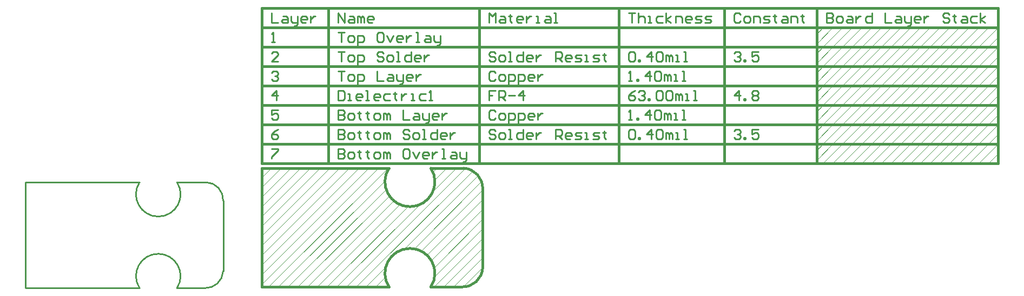
<source format=gko>
G04 Layer_Color=16711935*
%FSAX25Y25*%
%MOIN*%
G70*
G01*
G75*
%ADD20C,0.01000*%
%ADD53C,0.01500*%
%ADD54C,0.00100*%
D20*
X0391500Y0429500D02*
G03*
X0381000Y0441000I-0011000J0000500D01*
G01*
X0380000Y0375500D02*
G03*
X0391500Y0386000I0000500J0011000D01*
G01*
X0340000Y0441000D02*
G03*
X0363000Y0441000I0011500J-0007500D01*
G01*
Y0375500D02*
G03*
X0340000Y0375500I-0011500J0007500D01*
G01*
X0269500Y0375500D02*
Y0441000D01*
X0391500Y0386000D02*
Y0429500D01*
X0363000Y0441000D02*
X0381000D01*
X0269500D02*
X0340000D01*
X0363000Y0375500D02*
X0380000D01*
X0269500D02*
X0340000D01*
X0763162Y0545659D02*
Y0539661D01*
X0766161D01*
X0767161Y0540661D01*
Y0541661D01*
X0766161Y0542660D01*
X0763162D01*
X0766161D01*
X0767161Y0543660D01*
Y0544660D01*
X0766161Y0545659D01*
X0763162D01*
X0770160Y0539661D02*
X0772159D01*
X0773159Y0540661D01*
Y0542660D01*
X0772159Y0543660D01*
X0770160D01*
X0769160Y0542660D01*
Y0540661D01*
X0770160Y0539661D01*
X0776158Y0543660D02*
X0778157D01*
X0779157Y0542660D01*
Y0539661D01*
X0776158D01*
X0775158Y0540661D01*
X0776158Y0541661D01*
X0779157D01*
X0781156Y0543660D02*
Y0539661D01*
Y0541661D01*
X0782156Y0542660D01*
X0783156Y0543660D01*
X0784155D01*
X0791153Y0545659D02*
Y0539661D01*
X0788154D01*
X0787154Y0540661D01*
Y0542660D01*
X0788154Y0543660D01*
X0791153D01*
X0799150Y0545659D02*
Y0539661D01*
X0803149D01*
X0806148Y0543660D02*
X0808148D01*
X0809147Y0542660D01*
Y0539661D01*
X0806148D01*
X0805148Y0540661D01*
X0806148Y0541661D01*
X0809147D01*
X0811147Y0543660D02*
Y0540661D01*
X0812146Y0539661D01*
X0815145D01*
Y0538661D01*
X0814145Y0537662D01*
X0813146D01*
X0815145Y0539661D02*
Y0543660D01*
X0820144Y0539661D02*
X0818144D01*
X0817145Y0540661D01*
Y0542660D01*
X0818144Y0543660D01*
X0820144D01*
X0821143Y0542660D01*
Y0541661D01*
X0817145D01*
X0823143Y0543660D02*
Y0539661D01*
Y0541661D01*
X0824142Y0542660D01*
X0825142Y0543660D01*
X0826142D01*
X0839137Y0544660D02*
X0838138Y0545659D01*
X0836138D01*
X0835139Y0544660D01*
Y0543660D01*
X0836138Y0542660D01*
X0838138D01*
X0839137Y0541661D01*
Y0540661D01*
X0838138Y0539661D01*
X0836138D01*
X0835139Y0540661D01*
X0842136Y0544660D02*
Y0543660D01*
X0841137D01*
X0843136D01*
X0842136D01*
Y0540661D01*
X0843136Y0539661D01*
X0847135Y0543660D02*
X0849134D01*
X0850134Y0542660D01*
Y0539661D01*
X0847135D01*
X0846135Y0540661D01*
X0847135Y0541661D01*
X0850134D01*
X0856132Y0543660D02*
X0853133D01*
X0852133Y0542660D01*
Y0540661D01*
X0853133Y0539661D01*
X0856132D01*
X0858131D02*
Y0545659D01*
Y0541661D02*
X0861130Y0543660D01*
X0858131Y0541661D02*
X0861130Y0539661D01*
X0706176Y0520660D02*
X0707176Y0521659D01*
X0709175D01*
X0710175Y0520660D01*
Y0519660D01*
X0709175Y0518660D01*
X0708175D01*
X0709175D01*
X0710175Y0517661D01*
Y0516661D01*
X0709175Y0515661D01*
X0707176D01*
X0706176Y0516661D01*
X0712174Y0515661D02*
Y0516661D01*
X0713174D01*
Y0515661D01*
X0712174D01*
X0721171Y0521659D02*
X0717172D01*
Y0518660D01*
X0719172Y0519660D01*
X0720171D01*
X0721171Y0518660D01*
Y0516661D01*
X0720171Y0515661D01*
X0718172D01*
X0717172Y0516661D01*
X0709175Y0491661D02*
Y0497659D01*
X0706176Y0494660D01*
X0710175D01*
X0712174Y0491661D02*
Y0492661D01*
X0713174D01*
Y0491661D01*
X0712174D01*
X0717172Y0496660D02*
X0718172Y0497659D01*
X0720171D01*
X0721171Y0496660D01*
Y0495660D01*
X0720171Y0494660D01*
X0721171Y0493661D01*
Y0492661D01*
X0720171Y0491661D01*
X0718172D01*
X0717172Y0492661D01*
Y0493661D01*
X0718172Y0494660D01*
X0717172Y0495660D01*
Y0496660D01*
X0718172Y0494660D02*
X0720171D01*
X0706176Y0472660D02*
X0707176Y0473659D01*
X0709175D01*
X0710175Y0472660D01*
Y0471660D01*
X0709175Y0470660D01*
X0708175D01*
X0709175D01*
X0710175Y0469661D01*
Y0468661D01*
X0709175Y0467661D01*
X0707176D01*
X0706176Y0468661D01*
X0712174Y0467661D02*
Y0468661D01*
X0713174D01*
Y0467661D01*
X0712174D01*
X0721171Y0473659D02*
X0717172D01*
Y0470660D01*
X0719172Y0471660D01*
X0720171D01*
X0721171Y0470660D01*
Y0468661D01*
X0720171Y0467661D01*
X0718172D01*
X0717172Y0468661D01*
X0710175Y0544660D02*
X0709175Y0545659D01*
X0707176D01*
X0706176Y0544660D01*
Y0540661D01*
X0707176Y0539661D01*
X0709175D01*
X0710175Y0540661D01*
X0713174Y0539661D02*
X0715173D01*
X0716173Y0540661D01*
Y0542660D01*
X0715173Y0543660D01*
X0713174D01*
X0712174Y0542660D01*
Y0540661D01*
X0713174Y0539661D01*
X0718172D02*
Y0543660D01*
X0721171D01*
X0722171Y0542660D01*
Y0539661D01*
X0724170D02*
X0727169D01*
X0728169Y0540661D01*
X0727169Y0541661D01*
X0725170D01*
X0724170Y0542660D01*
X0725170Y0543660D01*
X0728169D01*
X0731168Y0544660D02*
Y0543660D01*
X0730168D01*
X0732167D01*
X0731168D01*
Y0540661D01*
X0732167Y0539661D01*
X0736166Y0543660D02*
X0738166D01*
X0739165Y0542660D01*
Y0539661D01*
X0736166D01*
X0735167Y0540661D01*
X0736166Y0541661D01*
X0739165D01*
X0741165Y0539661D02*
Y0543660D01*
X0744164D01*
X0745163Y0542660D01*
Y0539661D01*
X0748162Y0544660D02*
Y0543660D01*
X0747163D01*
X0749162D01*
X0748162D01*
Y0540661D01*
X0749162Y0539661D01*
X0641192Y0520660D02*
X0642192Y0521659D01*
X0644192D01*
X0645191Y0520660D01*
Y0516661D01*
X0644192Y0515661D01*
X0642192D01*
X0641192Y0516661D01*
Y0520660D01*
X0647191Y0515661D02*
Y0516661D01*
X0648190D01*
Y0515661D01*
X0647191D01*
X0655188D02*
Y0521659D01*
X0652189Y0518660D01*
X0656188D01*
X0658187Y0520660D02*
X0659187Y0521659D01*
X0661186D01*
X0662186Y0520660D01*
Y0516661D01*
X0661186Y0515661D01*
X0659187D01*
X0658187Y0516661D01*
Y0520660D01*
X0664185Y0515661D02*
Y0519660D01*
X0665185D01*
X0666184Y0518660D01*
Y0515661D01*
Y0518660D01*
X0667184Y0519660D01*
X0668184Y0518660D01*
Y0515661D01*
X0670183D02*
X0672182D01*
X0671183D01*
Y0519660D01*
X0670183D01*
X0675181Y0515661D02*
X0677181D01*
X0676181D01*
Y0521659D01*
X0675181D01*
X0641192Y0503661D02*
X0643192D01*
X0642192D01*
Y0509659D01*
X0641192Y0508660D01*
X0646191Y0503661D02*
Y0504661D01*
X0647191D01*
Y0503661D01*
X0646191D01*
X0654188D02*
Y0509659D01*
X0651189Y0506660D01*
X0655188D01*
X0657187Y0508660D02*
X0658187Y0509659D01*
X0660186D01*
X0661186Y0508660D01*
Y0504661D01*
X0660186Y0503661D01*
X0658187D01*
X0657187Y0504661D01*
Y0508660D01*
X0663185Y0503661D02*
Y0507660D01*
X0664185D01*
X0665185Y0506660D01*
Y0503661D01*
Y0506660D01*
X0666184Y0507660D01*
X0667184Y0506660D01*
Y0503661D01*
X0669183D02*
X0671183D01*
X0670183D01*
Y0507660D01*
X0669183D01*
X0674182Y0503661D02*
X0676181D01*
X0675181D01*
Y0509659D01*
X0674182D01*
X0645191Y0497659D02*
X0643192Y0496660D01*
X0641192Y0494660D01*
Y0492661D01*
X0642192Y0491661D01*
X0644192D01*
X0645191Y0492661D01*
Y0493661D01*
X0644192Y0494660D01*
X0641192D01*
X0647191Y0496660D02*
X0648190Y0497659D01*
X0650189D01*
X0651189Y0496660D01*
Y0495660D01*
X0650189Y0494660D01*
X0649190D01*
X0650189D01*
X0651189Y0493661D01*
Y0492661D01*
X0650189Y0491661D01*
X0648190D01*
X0647191Y0492661D01*
X0653189Y0491661D02*
Y0492661D01*
X0654188D01*
Y0491661D01*
X0653189D01*
X0658187Y0496660D02*
X0659187Y0497659D01*
X0661186D01*
X0662186Y0496660D01*
Y0492661D01*
X0661186Y0491661D01*
X0659187D01*
X0658187Y0492661D01*
Y0496660D01*
X0664185D02*
X0665185Y0497659D01*
X0667184D01*
X0668184Y0496660D01*
Y0492661D01*
X0667184Y0491661D01*
X0665185D01*
X0664185Y0492661D01*
Y0496660D01*
X0670183Y0491661D02*
Y0495660D01*
X0671183D01*
X0672182Y0494660D01*
Y0491661D01*
Y0494660D01*
X0673182Y0495660D01*
X0674182Y0494660D01*
Y0491661D01*
X0676181D02*
X0678181D01*
X0677181D01*
Y0495660D01*
X0676181D01*
X0681180Y0491661D02*
X0683179D01*
X0682179D01*
Y0497659D01*
X0681180D01*
X0641192Y0479661D02*
X0643192D01*
X0642192D01*
Y0485659D01*
X0641192Y0484660D01*
X0646191Y0479661D02*
Y0480661D01*
X0647191D01*
Y0479661D01*
X0646191D01*
X0654188D02*
Y0485659D01*
X0651189Y0482660D01*
X0655188D01*
X0657187Y0484660D02*
X0658187Y0485659D01*
X0660186D01*
X0661186Y0484660D01*
Y0480661D01*
X0660186Y0479661D01*
X0658187D01*
X0657187Y0480661D01*
Y0484660D01*
X0663185Y0479661D02*
Y0483660D01*
X0664185D01*
X0665185Y0482660D01*
Y0479661D01*
Y0482660D01*
X0666184Y0483660D01*
X0667184Y0482660D01*
Y0479661D01*
X0669183D02*
X0671183D01*
X0670183D01*
Y0483660D01*
X0669183D01*
X0674182Y0479661D02*
X0676181D01*
X0675181D01*
Y0485659D01*
X0674182D01*
X0641192Y0472660D02*
X0642192Y0473659D01*
X0644192D01*
X0645191Y0472660D01*
Y0468661D01*
X0644192Y0467661D01*
X0642192D01*
X0641192Y0468661D01*
Y0472660D01*
X0647191Y0467661D02*
Y0468661D01*
X0648190D01*
Y0467661D01*
X0647191D01*
X0655188D02*
Y0473659D01*
X0652189Y0470660D01*
X0656188D01*
X0658187Y0472660D02*
X0659187Y0473659D01*
X0661186D01*
X0662186Y0472660D01*
Y0468661D01*
X0661186Y0467661D01*
X0659187D01*
X0658187Y0468661D01*
Y0472660D01*
X0664185Y0467661D02*
Y0471660D01*
X0665185D01*
X0666184Y0470660D01*
Y0467661D01*
Y0470660D01*
X0667184Y0471660D01*
X0668184Y0470660D01*
Y0467661D01*
X0670183D02*
X0672182D01*
X0671183D01*
Y0471660D01*
X0670183D01*
X0675181Y0467661D02*
X0677181D01*
X0676181D01*
Y0473659D01*
X0675181D01*
X0641192Y0545659D02*
X0645191D01*
X0643192D01*
Y0539661D01*
X0647191Y0545659D02*
Y0539661D01*
Y0542660D01*
X0648190Y0543660D01*
X0650189D01*
X0651189Y0542660D01*
Y0539661D01*
X0653189D02*
X0655188D01*
X0654188D01*
Y0543660D01*
X0653189D01*
X0662186D02*
X0659187D01*
X0658187Y0542660D01*
Y0540661D01*
X0659187Y0539661D01*
X0662186D01*
X0664185D02*
Y0545659D01*
Y0541661D02*
X0667184Y0543660D01*
X0664185Y0541661D02*
X0667184Y0539661D01*
X0670183D02*
Y0543660D01*
X0673182D01*
X0674182Y0542660D01*
Y0539661D01*
X0679180D02*
X0677181D01*
X0676181Y0540661D01*
Y0542660D01*
X0677181Y0543660D01*
X0679180D01*
X0680180Y0542660D01*
Y0541661D01*
X0676181D01*
X0682179Y0539661D02*
X0685178D01*
X0686178Y0540661D01*
X0685178Y0541661D01*
X0683179D01*
X0682179Y0542660D01*
X0683179Y0543660D01*
X0686178D01*
X0688177Y0539661D02*
X0691176D01*
X0692176Y0540661D01*
X0691176Y0541661D01*
X0689177D01*
X0688177Y0542660D01*
X0689177Y0543660D01*
X0692176D01*
X0559214Y0520660D02*
X0558215Y0521659D01*
X0556215D01*
X0555216Y0520660D01*
Y0519660D01*
X0556215Y0518660D01*
X0558215D01*
X0559214Y0517661D01*
Y0516661D01*
X0558215Y0515661D01*
X0556215D01*
X0555216Y0516661D01*
X0562214Y0515661D02*
X0564213D01*
X0565212Y0516661D01*
Y0518660D01*
X0564213Y0519660D01*
X0562214D01*
X0561214Y0518660D01*
Y0516661D01*
X0562214Y0515661D01*
X0567212D02*
X0569211D01*
X0568212D01*
Y0521659D01*
X0567212D01*
X0576209D02*
Y0515661D01*
X0573210D01*
X0572210Y0516661D01*
Y0518660D01*
X0573210Y0519660D01*
X0576209D01*
X0581207Y0515661D02*
X0579208D01*
X0578208Y0516661D01*
Y0518660D01*
X0579208Y0519660D01*
X0581207D01*
X0582207Y0518660D01*
Y0517661D01*
X0578208D01*
X0584206Y0519660D02*
Y0515661D01*
Y0517661D01*
X0585206Y0518660D01*
X0586206Y0519660D01*
X0587205D01*
X0596203Y0515661D02*
Y0521659D01*
X0599201D01*
X0600201Y0520660D01*
Y0518660D01*
X0599201Y0517661D01*
X0596203D01*
X0598202D02*
X0600201Y0515661D01*
X0605199D02*
X0603200D01*
X0602201Y0516661D01*
Y0518660D01*
X0603200Y0519660D01*
X0605199D01*
X0606199Y0518660D01*
Y0517661D01*
X0602201D01*
X0608199Y0515661D02*
X0611198D01*
X0612197Y0516661D01*
X0611198Y0517661D01*
X0609198D01*
X0608199Y0518660D01*
X0609198Y0519660D01*
X0612197D01*
X0614197Y0515661D02*
X0616196D01*
X0615196D01*
Y0519660D01*
X0614197D01*
X0619195Y0515661D02*
X0622194D01*
X0623194Y0516661D01*
X0622194Y0517661D01*
X0620195D01*
X0619195Y0518660D01*
X0620195Y0519660D01*
X0623194D01*
X0626193Y0520660D02*
Y0519660D01*
X0625193D01*
X0627192D01*
X0626193D01*
Y0516661D01*
X0627192Y0515661D01*
X0559214Y0508660D02*
X0558215Y0509659D01*
X0556215D01*
X0555216Y0508660D01*
Y0504661D01*
X0556215Y0503661D01*
X0558215D01*
X0559214Y0504661D01*
X0562214Y0503661D02*
X0564213D01*
X0565212Y0504661D01*
Y0506660D01*
X0564213Y0507660D01*
X0562214D01*
X0561214Y0506660D01*
Y0504661D01*
X0562214Y0503661D01*
X0567212Y0501662D02*
Y0507660D01*
X0570211D01*
X0571210Y0506660D01*
Y0504661D01*
X0570211Y0503661D01*
X0567212D01*
X0573210Y0501662D02*
Y0507660D01*
X0576209D01*
X0577209Y0506660D01*
Y0504661D01*
X0576209Y0503661D01*
X0573210D01*
X0582207D02*
X0580208D01*
X0579208Y0504661D01*
Y0506660D01*
X0580208Y0507660D01*
X0582207D01*
X0583207Y0506660D01*
Y0505661D01*
X0579208D01*
X0585206Y0507660D02*
Y0503661D01*
Y0505661D01*
X0586206Y0506660D01*
X0587205Y0507660D01*
X0588205D01*
X0559214Y0497659D02*
X0555216D01*
Y0494660D01*
X0557215D01*
X0555216D01*
Y0491661D01*
X0561214D02*
Y0497659D01*
X0564213D01*
X0565212Y0496660D01*
Y0494660D01*
X0564213Y0493661D01*
X0561214D01*
X0563213D02*
X0565212Y0491661D01*
X0567212Y0494660D02*
X0571210D01*
X0576209Y0491661D02*
Y0497659D01*
X0573210Y0494660D01*
X0577209D01*
X0559214Y0484660D02*
X0558215Y0485659D01*
X0556215D01*
X0555216Y0484660D01*
Y0480661D01*
X0556215Y0479661D01*
X0558215D01*
X0559214Y0480661D01*
X0562214Y0479661D02*
X0564213D01*
X0565212Y0480661D01*
Y0482660D01*
X0564213Y0483660D01*
X0562214D01*
X0561214Y0482660D01*
Y0480661D01*
X0562214Y0479661D01*
X0567212Y0477662D02*
Y0483660D01*
X0570211D01*
X0571210Y0482660D01*
Y0480661D01*
X0570211Y0479661D01*
X0567212D01*
X0573210Y0477662D02*
Y0483660D01*
X0576209D01*
X0577209Y0482660D01*
Y0480661D01*
X0576209Y0479661D01*
X0573210D01*
X0582207D02*
X0580208D01*
X0579208Y0480661D01*
Y0482660D01*
X0580208Y0483660D01*
X0582207D01*
X0583207Y0482660D01*
Y0481661D01*
X0579208D01*
X0585206Y0483660D02*
Y0479661D01*
Y0481661D01*
X0586206Y0482660D01*
X0587205Y0483660D01*
X0588205D01*
X0559214Y0472660D02*
X0558215Y0473659D01*
X0556215D01*
X0555216Y0472660D01*
Y0471660D01*
X0556215Y0470660D01*
X0558215D01*
X0559214Y0469661D01*
Y0468661D01*
X0558215Y0467661D01*
X0556215D01*
X0555216Y0468661D01*
X0562214Y0467661D02*
X0564213D01*
X0565212Y0468661D01*
Y0470660D01*
X0564213Y0471660D01*
X0562214D01*
X0561214Y0470660D01*
Y0468661D01*
X0562214Y0467661D01*
X0567212D02*
X0569211D01*
X0568212D01*
Y0473659D01*
X0567212D01*
X0576209D02*
Y0467661D01*
X0573210D01*
X0572210Y0468661D01*
Y0470660D01*
X0573210Y0471660D01*
X0576209D01*
X0581207Y0467661D02*
X0579208D01*
X0578208Y0468661D01*
Y0470660D01*
X0579208Y0471660D01*
X0581207D01*
X0582207Y0470660D01*
Y0469661D01*
X0578208D01*
X0584206Y0471660D02*
Y0467661D01*
Y0469661D01*
X0585206Y0470660D01*
X0586206Y0471660D01*
X0587205D01*
X0596203Y0467661D02*
Y0473659D01*
X0599201D01*
X0600201Y0472660D01*
Y0470660D01*
X0599201Y0469661D01*
X0596203D01*
X0598202D02*
X0600201Y0467661D01*
X0605199D02*
X0603200D01*
X0602201Y0468661D01*
Y0470660D01*
X0603200Y0471660D01*
X0605199D01*
X0606199Y0470660D01*
Y0469661D01*
X0602201D01*
X0608199Y0467661D02*
X0611198D01*
X0612197Y0468661D01*
X0611198Y0469661D01*
X0609198D01*
X0608199Y0470660D01*
X0609198Y0471660D01*
X0612197D01*
X0614197Y0467661D02*
X0616196D01*
X0615196D01*
Y0471660D01*
X0614197D01*
X0619195Y0467661D02*
X0622194D01*
X0623194Y0468661D01*
X0622194Y0469661D01*
X0620195D01*
X0619195Y0470660D01*
X0620195Y0471660D01*
X0623194D01*
X0626193Y0472660D02*
Y0471660D01*
X0625193D01*
X0627192D01*
X0626193D01*
Y0468661D01*
X0627192Y0467661D01*
X0555216Y0539661D02*
Y0545659D01*
X0557215Y0543660D01*
X0559214Y0545659D01*
Y0539661D01*
X0562214Y0543660D02*
X0564213D01*
X0565212Y0542660D01*
Y0539661D01*
X0562214D01*
X0561214Y0540661D01*
X0562214Y0541661D01*
X0565212D01*
X0568212Y0544660D02*
Y0543660D01*
X0567212D01*
X0569211D01*
X0568212D01*
Y0540661D01*
X0569211Y0539661D01*
X0575209D02*
X0573210D01*
X0572210Y0540661D01*
Y0542660D01*
X0573210Y0543660D01*
X0575209D01*
X0576209Y0542660D01*
Y0541661D01*
X0572210D01*
X0578208Y0543660D02*
Y0539661D01*
Y0541661D01*
X0579208Y0542660D01*
X0580208Y0543660D01*
X0581207D01*
X0584206Y0539661D02*
X0586206D01*
X0585206D01*
Y0543660D01*
X0584206D01*
X0590204D02*
X0592204D01*
X0593203Y0542660D01*
Y0539661D01*
X0590204D01*
X0589205Y0540661D01*
X0590204Y0541661D01*
X0593203D01*
X0595203Y0539661D02*
X0597202D01*
X0596203D01*
Y0545659D01*
X0595203D01*
X0462241Y0533659D02*
X0466240D01*
X0464241D01*
Y0527661D01*
X0469239D02*
X0471238D01*
X0472238Y0528661D01*
Y0530660D01*
X0471238Y0531660D01*
X0469239D01*
X0468239Y0530660D01*
Y0528661D01*
X0469239Y0527661D01*
X0474237Y0525662D02*
Y0531660D01*
X0477236D01*
X0478236Y0530660D01*
Y0528661D01*
X0477236Y0527661D01*
X0474237D01*
X0489232Y0533659D02*
X0487233D01*
X0486234Y0532660D01*
Y0528661D01*
X0487233Y0527661D01*
X0489232D01*
X0490232Y0528661D01*
Y0532660D01*
X0489232Y0533659D01*
X0492232Y0531660D02*
X0494231Y0527661D01*
X0496230Y0531660D01*
X0501229Y0527661D02*
X0499229D01*
X0498230Y0528661D01*
Y0530660D01*
X0499229Y0531660D01*
X0501229D01*
X0502228Y0530660D01*
Y0529661D01*
X0498230D01*
X0504228Y0531660D02*
Y0527661D01*
Y0529661D01*
X0505227Y0530660D01*
X0506227Y0531660D01*
X0507227D01*
X0510226Y0527661D02*
X0512225D01*
X0511225D01*
Y0533659D01*
X0510226D01*
X0516224Y0531660D02*
X0518223D01*
X0519223Y0530660D01*
Y0527661D01*
X0516224D01*
X0515224Y0528661D01*
X0516224Y0529661D01*
X0519223D01*
X0521222Y0531660D02*
Y0528661D01*
X0522222Y0527661D01*
X0525221D01*
Y0526661D01*
X0524221Y0525662D01*
X0523221D01*
X0525221Y0527661D02*
Y0531660D01*
X0462241Y0521659D02*
X0466240D01*
X0464241D01*
Y0515661D01*
X0469239D02*
X0471238D01*
X0472238Y0516661D01*
Y0518660D01*
X0471238Y0519660D01*
X0469239D01*
X0468239Y0518660D01*
Y0516661D01*
X0469239Y0515661D01*
X0474237Y0513662D02*
Y0519660D01*
X0477236D01*
X0478236Y0518660D01*
Y0516661D01*
X0477236Y0515661D01*
X0474237D01*
X0490232Y0520660D02*
X0489232Y0521659D01*
X0487233D01*
X0486234Y0520660D01*
Y0519660D01*
X0487233Y0518660D01*
X0489232D01*
X0490232Y0517661D01*
Y0516661D01*
X0489232Y0515661D01*
X0487233D01*
X0486234Y0516661D01*
X0493231Y0515661D02*
X0495231D01*
X0496230Y0516661D01*
Y0518660D01*
X0495231Y0519660D01*
X0493231D01*
X0492232Y0518660D01*
Y0516661D01*
X0493231Y0515661D01*
X0498230D02*
X0500229D01*
X0499229D01*
Y0521659D01*
X0498230D01*
X0507227D02*
Y0515661D01*
X0504228D01*
X0503228Y0516661D01*
Y0518660D01*
X0504228Y0519660D01*
X0507227D01*
X0512225Y0515661D02*
X0510226D01*
X0509226Y0516661D01*
Y0518660D01*
X0510226Y0519660D01*
X0512225D01*
X0513225Y0518660D01*
Y0517661D01*
X0509226D01*
X0515224Y0519660D02*
Y0515661D01*
Y0517661D01*
X0516224Y0518660D01*
X0517224Y0519660D01*
X0518223D01*
X0462241Y0509659D02*
X0466240D01*
X0464241D01*
Y0503661D01*
X0469239D02*
X0471238D01*
X0472238Y0504661D01*
Y0506660D01*
X0471238Y0507660D01*
X0469239D01*
X0468239Y0506660D01*
Y0504661D01*
X0469239Y0503661D01*
X0474237Y0501662D02*
Y0507660D01*
X0477236D01*
X0478236Y0506660D01*
Y0504661D01*
X0477236Y0503661D01*
X0474237D01*
X0486234Y0509659D02*
Y0503661D01*
X0490232D01*
X0493231Y0507660D02*
X0495231D01*
X0496230Y0506660D01*
Y0503661D01*
X0493231D01*
X0492232Y0504661D01*
X0493231Y0505661D01*
X0496230D01*
X0498230Y0507660D02*
Y0504661D01*
X0499229Y0503661D01*
X0502228D01*
Y0502662D01*
X0501229Y0501662D01*
X0500229D01*
X0502228Y0503661D02*
Y0507660D01*
X0507227Y0503661D02*
X0505227D01*
X0504228Y0504661D01*
Y0506660D01*
X0505227Y0507660D01*
X0507227D01*
X0508226Y0506660D01*
Y0505661D01*
X0504228D01*
X0510226Y0507660D02*
Y0503661D01*
Y0505661D01*
X0511225Y0506660D01*
X0512225Y0507660D01*
X0513225D01*
X0462241Y0497659D02*
Y0491661D01*
X0465240D01*
X0466240Y0492661D01*
Y0496660D01*
X0465240Y0497659D01*
X0462241D01*
X0468239Y0491661D02*
X0470239D01*
X0469239D01*
Y0495660D01*
X0468239D01*
X0476237Y0491661D02*
X0474237D01*
X0473238Y0492661D01*
Y0494660D01*
X0474237Y0495660D01*
X0476237D01*
X0477236Y0494660D01*
Y0493661D01*
X0473238D01*
X0479236Y0491661D02*
X0481235D01*
X0480235D01*
Y0497659D01*
X0479236D01*
X0487233Y0491661D02*
X0485234D01*
X0484234Y0492661D01*
Y0494660D01*
X0485234Y0495660D01*
X0487233D01*
X0488233Y0494660D01*
Y0493661D01*
X0484234D01*
X0494231Y0495660D02*
X0491232D01*
X0490232Y0494660D01*
Y0492661D01*
X0491232Y0491661D01*
X0494231D01*
X0497230Y0496660D02*
Y0495660D01*
X0496230D01*
X0498230D01*
X0497230D01*
Y0492661D01*
X0498230Y0491661D01*
X0501229Y0495660D02*
Y0491661D01*
Y0493661D01*
X0502228Y0494660D01*
X0503228Y0495660D01*
X0504228D01*
X0507227Y0491661D02*
X0509226D01*
X0508226D01*
Y0495660D01*
X0507227D01*
X0516224D02*
X0513225D01*
X0512225Y0494660D01*
Y0492661D01*
X0513225Y0491661D01*
X0516224D01*
X0518223D02*
X0520223D01*
X0519223D01*
Y0497659D01*
X0518223Y0496660D01*
X0462241Y0485659D02*
Y0479661D01*
X0465240D01*
X0466240Y0480661D01*
Y0481661D01*
X0465240Y0482660D01*
X0462241D01*
X0465240D01*
X0466240Y0483660D01*
Y0484660D01*
X0465240Y0485659D01*
X0462241D01*
X0469239Y0479661D02*
X0471238D01*
X0472238Y0480661D01*
Y0482660D01*
X0471238Y0483660D01*
X0469239D01*
X0468239Y0482660D01*
Y0480661D01*
X0469239Y0479661D01*
X0475237Y0484660D02*
Y0483660D01*
X0474237D01*
X0476237D01*
X0475237D01*
Y0480661D01*
X0476237Y0479661D01*
X0480235Y0484660D02*
Y0483660D01*
X0479236D01*
X0481235D01*
X0480235D01*
Y0480661D01*
X0481235Y0479661D01*
X0485234D02*
X0487233D01*
X0488233Y0480661D01*
Y0482660D01*
X0487233Y0483660D01*
X0485234D01*
X0484234Y0482660D01*
Y0480661D01*
X0485234Y0479661D01*
X0490232D02*
Y0483660D01*
X0491232D01*
X0492232Y0482660D01*
Y0479661D01*
Y0482660D01*
X0493231Y0483660D01*
X0494231Y0482660D01*
Y0479661D01*
X0502228Y0485659D02*
Y0479661D01*
X0506227D01*
X0509226Y0483660D02*
X0511225D01*
X0512225Y0482660D01*
Y0479661D01*
X0509226D01*
X0508226Y0480661D01*
X0509226Y0481661D01*
X0512225D01*
X0514224Y0483660D02*
Y0480661D01*
X0515224Y0479661D01*
X0518223D01*
Y0478661D01*
X0517224Y0477662D01*
X0516224D01*
X0518223Y0479661D02*
Y0483660D01*
X0523221Y0479661D02*
X0521222D01*
X0520223Y0480661D01*
Y0482660D01*
X0521222Y0483660D01*
X0523221D01*
X0524221Y0482660D01*
Y0481661D01*
X0520223D01*
X0526221Y0483660D02*
Y0479661D01*
Y0481661D01*
X0527220Y0482660D01*
X0528220Y0483660D01*
X0529220D01*
X0462241Y0473659D02*
Y0467661D01*
X0465240D01*
X0466240Y0468661D01*
Y0469661D01*
X0465240Y0470660D01*
X0462241D01*
X0465240D01*
X0466240Y0471660D01*
Y0472660D01*
X0465240Y0473659D01*
X0462241D01*
X0469239Y0467661D02*
X0471238D01*
X0472238Y0468661D01*
Y0470660D01*
X0471238Y0471660D01*
X0469239D01*
X0468239Y0470660D01*
Y0468661D01*
X0469239Y0467661D01*
X0475237Y0472660D02*
Y0471660D01*
X0474237D01*
X0476237D01*
X0475237D01*
Y0468661D01*
X0476237Y0467661D01*
X0480235Y0472660D02*
Y0471660D01*
X0479236D01*
X0481235D01*
X0480235D01*
Y0468661D01*
X0481235Y0467661D01*
X0485234D02*
X0487233D01*
X0488233Y0468661D01*
Y0470660D01*
X0487233Y0471660D01*
X0485234D01*
X0484234Y0470660D01*
Y0468661D01*
X0485234Y0467661D01*
X0490232D02*
Y0471660D01*
X0491232D01*
X0492232Y0470660D01*
Y0467661D01*
Y0470660D01*
X0493231Y0471660D01*
X0494231Y0470660D01*
Y0467661D01*
X0506227Y0472660D02*
X0505227Y0473659D01*
X0503228D01*
X0502228Y0472660D01*
Y0471660D01*
X0503228Y0470660D01*
X0505227D01*
X0506227Y0469661D01*
Y0468661D01*
X0505227Y0467661D01*
X0503228D01*
X0502228Y0468661D01*
X0509226Y0467661D02*
X0511225D01*
X0512225Y0468661D01*
Y0470660D01*
X0511225Y0471660D01*
X0509226D01*
X0508226Y0470660D01*
Y0468661D01*
X0509226Y0467661D01*
X0514224D02*
X0516224D01*
X0515224D01*
Y0473659D01*
X0514224D01*
X0523221D02*
Y0467661D01*
X0520223D01*
X0519223Y0468661D01*
Y0470660D01*
X0520223Y0471660D01*
X0523221D01*
X0528220Y0467661D02*
X0526221D01*
X0525221Y0468661D01*
Y0470660D01*
X0526221Y0471660D01*
X0528220D01*
X0529220Y0470660D01*
Y0469661D01*
X0525221D01*
X0531219Y0471660D02*
Y0467661D01*
Y0469661D01*
X0532219Y0470660D01*
X0533218Y0471660D01*
X0534218D01*
X0462241Y0461659D02*
Y0455661D01*
X0465240D01*
X0466240Y0456661D01*
Y0457661D01*
X0465240Y0458660D01*
X0462241D01*
X0465240D01*
X0466240Y0459660D01*
Y0460660D01*
X0465240Y0461659D01*
X0462241D01*
X0469239Y0455661D02*
X0471238D01*
X0472238Y0456661D01*
Y0458660D01*
X0471238Y0459660D01*
X0469239D01*
X0468239Y0458660D01*
Y0456661D01*
X0469239Y0455661D01*
X0475237Y0460660D02*
Y0459660D01*
X0474237D01*
X0476237D01*
X0475237D01*
Y0456661D01*
X0476237Y0455661D01*
X0480235Y0460660D02*
Y0459660D01*
X0479236D01*
X0481235D01*
X0480235D01*
Y0456661D01*
X0481235Y0455661D01*
X0485234D02*
X0487233D01*
X0488233Y0456661D01*
Y0458660D01*
X0487233Y0459660D01*
X0485234D01*
X0484234Y0458660D01*
Y0456661D01*
X0485234Y0455661D01*
X0490232D02*
Y0459660D01*
X0491232D01*
X0492232Y0458660D01*
Y0455661D01*
Y0458660D01*
X0493231Y0459660D01*
X0494231Y0458660D01*
Y0455661D01*
X0505227Y0461659D02*
X0503228D01*
X0502228Y0460660D01*
Y0456661D01*
X0503228Y0455661D01*
X0505227D01*
X0506227Y0456661D01*
Y0460660D01*
X0505227Y0461659D01*
X0508226Y0459660D02*
X0510226Y0455661D01*
X0512225Y0459660D01*
X0517224Y0455661D02*
X0515224D01*
X0514224Y0456661D01*
Y0458660D01*
X0515224Y0459660D01*
X0517224D01*
X0518223Y0458660D01*
Y0457661D01*
X0514224D01*
X0520223Y0459660D02*
Y0455661D01*
Y0457661D01*
X0521222Y0458660D01*
X0522222Y0459660D01*
X0523221D01*
X0526221Y0455661D02*
X0528220D01*
X0527220D01*
Y0461659D01*
X0526221D01*
X0532219Y0459660D02*
X0534218D01*
X0535218Y0458660D01*
Y0455661D01*
X0532219D01*
X0531219Y0456661D01*
X0532219Y0457661D01*
X0535218D01*
X0537217Y0459660D02*
Y0456661D01*
X0538217Y0455661D01*
X0541216D01*
Y0454662D01*
X0540216Y0453662D01*
X0539216D01*
X0541216Y0455661D02*
Y0459660D01*
X0462241Y0539661D02*
Y0545659D01*
X0466240Y0539661D01*
Y0545659D01*
X0469239Y0543660D02*
X0471238D01*
X0472238Y0542660D01*
Y0539661D01*
X0469239D01*
X0468239Y0540661D01*
X0469239Y0541661D01*
X0472238D01*
X0474237Y0539661D02*
Y0543660D01*
X0475237D01*
X0476237Y0542660D01*
Y0539661D01*
Y0542660D01*
X0477236Y0543660D01*
X0478236Y0542660D01*
Y0539661D01*
X0483235D02*
X0481235D01*
X0480235Y0540661D01*
Y0542660D01*
X0481235Y0543660D01*
X0483235D01*
X0484234Y0542660D01*
Y0541661D01*
X0480235D01*
X0421250Y0527661D02*
X0423249D01*
X0422250D01*
Y0533659D01*
X0421250Y0532660D01*
X0425249Y0515661D02*
X0421250D01*
X0425249Y0519660D01*
Y0520660D01*
X0424249Y0521659D01*
X0422250D01*
X0421250Y0520660D01*
Y0508660D02*
X0422250Y0509659D01*
X0424249D01*
X0425249Y0508660D01*
Y0507660D01*
X0424249Y0506660D01*
X0423249D01*
X0424249D01*
X0425249Y0505661D01*
Y0504661D01*
X0424249Y0503661D01*
X0422250D01*
X0421250Y0504661D01*
X0424249Y0491661D02*
Y0497659D01*
X0421250Y0494660D01*
X0425249D01*
Y0485659D02*
X0421250D01*
Y0482660D01*
X0423249Y0483660D01*
X0424249D01*
X0425249Y0482660D01*
Y0480661D01*
X0424249Y0479661D01*
X0422250D01*
X0421250Y0480661D01*
X0425249Y0473659D02*
X0423249Y0472660D01*
X0421250Y0470660D01*
Y0468661D01*
X0422250Y0467661D01*
X0424249D01*
X0425249Y0468661D01*
Y0469661D01*
X0424249Y0470660D01*
X0421250D01*
Y0461659D02*
X0425249D01*
Y0460660D01*
X0421250Y0456661D01*
Y0455661D01*
Y0545659D02*
Y0539661D01*
X0425249D01*
X0428248Y0543660D02*
X0430247D01*
X0431247Y0542660D01*
Y0539661D01*
X0428248D01*
X0427248Y0540661D01*
X0428248Y0541661D01*
X0431247D01*
X0433246Y0543660D02*
Y0540661D01*
X0434246Y0539661D01*
X0437245D01*
Y0538661D01*
X0436245Y0537662D01*
X0435246D01*
X0437245Y0539661D02*
Y0543660D01*
X0442243Y0539661D02*
X0440244D01*
X0439244Y0540661D01*
Y0542660D01*
X0440244Y0543660D01*
X0442243D01*
X0443243Y0542660D01*
Y0541661D01*
X0439244D01*
X0445242Y0543660D02*
Y0539661D01*
Y0541661D01*
X0446242Y0542660D01*
X0447242Y0543660D01*
X0448241D01*
D53*
X0519465Y0376263D02*
G03*
X0493691Y0376263I-0012887J0008404D01*
G01*
X0538515Y0376263D02*
G03*
X0551401Y0388029I0000560J0012326D01*
G01*
Y0436774D02*
G03*
X0539635Y0449661I-0012326J0000560D01*
G01*
X0493691Y0449661D02*
G03*
X0519465Y0449661I0012887J-0008404D01*
G01*
X0415250Y0376263D02*
X0493691D01*
Y0376263D01*
X0519465Y0376263D02*
X0519465Y0376263D01*
X0519465Y0376263D02*
X0538515D01*
X0551401Y0388029D02*
Y0436774D01*
X0519465Y0449661D02*
X0539635D01*
X0519465Y0449661D02*
Y0449661D01*
X0493691Y0449661D02*
Y0449661D01*
X0415250D02*
X0493691D01*
X0415250Y0376263D02*
Y0449661D01*
X0869130Y0452661D02*
Y0548661D01*
X0757162Y0524661D02*
X0869130D01*
X0757162Y0512661D02*
X0869130D01*
X0757162Y0500661D02*
X0869130D01*
X0757162Y0488661D02*
X0869130D01*
X0757162Y0476661D02*
X0869130D01*
X0757162Y0464661D02*
X0869130D01*
X0757162Y0452661D02*
X0869130D01*
X0757162D02*
Y0548661D01*
X0700176Y0524661D02*
X0757162D01*
X0700176Y0512661D02*
X0757162D01*
X0700176Y0500661D02*
X0757162D01*
X0700176Y0488661D02*
X0757162D01*
X0700176Y0476661D02*
X0757162D01*
X0700176Y0464661D02*
X0757162D01*
X0700176Y0452661D02*
X0757162D01*
X0700176D02*
Y0548661D01*
X0635192Y0524661D02*
X0700176D01*
X0635192Y0512661D02*
X0700176D01*
X0635192Y0500661D02*
X0700176D01*
X0635192Y0488661D02*
X0700176D01*
X0635192Y0476661D02*
X0700176D01*
X0635192Y0464661D02*
X0700176D01*
X0635192Y0452661D02*
X0700176D01*
X0635192D02*
Y0548661D01*
X0549216Y0524661D02*
X0635192D01*
X0549216Y0512661D02*
X0635192D01*
X0549216Y0500661D02*
X0635192D01*
X0549216Y0488661D02*
X0635192D01*
X0549216Y0476661D02*
X0635192D01*
X0549216Y0464661D02*
X0635192D01*
X0549216Y0452661D02*
X0635192D01*
X0549216D02*
Y0548661D01*
X0456241Y0524661D02*
X0549216D01*
X0456241Y0512661D02*
X0549216D01*
X0456241Y0500661D02*
X0549216D01*
X0456241Y0488661D02*
X0549216D01*
X0456241Y0476661D02*
X0549216D01*
X0456241Y0464661D02*
X0549216D01*
X0456241Y0452661D02*
X0549216D01*
X0456241D02*
Y0548661D01*
X0415250Y0524661D02*
X0456241D01*
X0415250Y0512661D02*
X0456241D01*
X0415250Y0500661D02*
X0456241D01*
X0415250Y0488661D02*
X0456241D01*
X0415250Y0476661D02*
X0456241D01*
X0415250Y0464661D02*
X0456241D01*
X0415250Y0452661D02*
X0456241D01*
X0415250D02*
Y0548661D01*
X0869130D01*
X0415250Y0536661D02*
X0869130D01*
D54*
X0415250Y0444086D02*
X0420879Y0449715D01*
X0415250Y0438086D02*
X0426879Y0449715D01*
X0415250Y0432086D02*
X0432879Y0449715D01*
X0415250Y0426086D02*
X0438879Y0449715D01*
X0415250Y0420086D02*
X0444879Y0449715D01*
X0415250Y0414086D02*
X0450879Y0449715D01*
X0415250Y0408086D02*
X0456879Y0449715D01*
X0415250Y0402086D02*
X0462879Y0449715D01*
X0415250Y0396086D02*
X0468879Y0449715D01*
X0415250Y0390086D02*
X0474879Y0449715D01*
X0415250Y0384086D02*
X0480879Y0449715D01*
X0415250Y0378086D02*
X0486879Y0449715D01*
X0419365Y0376201D02*
X0492879Y0449715D01*
X0425365Y0376201D02*
X0491237Y0442073D01*
X0431365Y0376201D02*
X0491923Y0436759D01*
X0437365Y0376201D02*
X0493868Y0432704D01*
X0443365Y0376201D02*
X0496706Y0429542D01*
X0449365Y0376201D02*
X0500426Y0427262D01*
X0520589Y0447425D02*
X0522879Y0449715D01*
X0455365Y0376201D02*
X0505190Y0426026D01*
X0521847Y0442683D02*
X0528879Y0449715D01*
X0461365Y0376201D02*
X0512182Y0427017D01*
X0520850Y0435686D02*
X0534879Y0449715D01*
X0467365Y0376201D02*
X0540801Y0449637D01*
X0473365Y0376201D02*
X0545264Y0448100D01*
X0479365Y0376201D02*
X0491719Y0388555D01*
X0502579Y0399415D02*
X0548525Y0445361D01*
X0485365Y0376201D02*
X0491425Y0382260D01*
X0508915Y0399751D02*
X0550703Y0441539D01*
X0491365Y0376201D02*
X0492908Y0377744D01*
X0513463Y0398299D02*
X0551401Y0436237D01*
X0517007Y0395843D02*
X0551401Y0430237D01*
X0519713Y0392549D02*
X0551401Y0424237D01*
X0521482Y0388318D02*
X0551401Y0418237D01*
X0521772Y0382608D02*
X0551401Y0412237D01*
X0521365Y0376201D02*
X0551401Y0406237D01*
X0527365Y0376201D02*
X0551401Y0400237D01*
X0533365Y0376201D02*
X0551401Y0394237D01*
X0539360Y0376196D02*
X0551401Y0388237D01*
X0757162Y0532693D02*
X0761130Y0536661D01*
X0757162Y0526693D02*
X0767130Y0536661D01*
X0761130Y0524661D02*
X0773130Y0536661D01*
X0767130Y0524661D02*
X0779130Y0536661D01*
X0773130Y0524661D02*
X0785130Y0536661D01*
X0779130Y0524661D02*
X0791130Y0536661D01*
X0785130Y0524661D02*
X0797130Y0536661D01*
X0791130Y0524661D02*
X0803130Y0536661D01*
X0797130Y0524661D02*
X0809130Y0536661D01*
X0803130Y0524661D02*
X0815130Y0536661D01*
X0809130Y0524661D02*
X0821130Y0536661D01*
X0815130Y0524661D02*
X0827130Y0536661D01*
X0821130Y0524661D02*
X0833130Y0536661D01*
X0827130Y0524661D02*
X0839130Y0536661D01*
X0833130Y0524661D02*
X0845130Y0536661D01*
X0839130Y0524661D02*
X0851130Y0536661D01*
X0845130Y0524661D02*
X0857130Y0536661D01*
X0851130Y0524661D02*
X0863130Y0536661D01*
X0857130Y0524661D02*
X0869130Y0536661D01*
X0863130Y0524661D02*
X0869130Y0530661D01*
X0757162Y0520693D02*
X0761130Y0524661D01*
X0757162Y0514693D02*
X0767130Y0524661D01*
X0761130Y0512661D02*
X0773130Y0524661D01*
X0767130Y0512661D02*
X0779130Y0524661D01*
X0773130Y0512661D02*
X0785130Y0524661D01*
X0779130Y0512661D02*
X0791130Y0524661D01*
X0785130Y0512661D02*
X0797130Y0524661D01*
X0791130Y0512661D02*
X0803130Y0524661D01*
X0797130Y0512661D02*
X0809130Y0524661D01*
X0803130Y0512661D02*
X0815130Y0524661D01*
X0809130Y0512661D02*
X0821130Y0524661D01*
X0815130Y0512661D02*
X0827130Y0524661D01*
X0821130Y0512661D02*
X0833130Y0524661D01*
X0827130Y0512661D02*
X0839130Y0524661D01*
X0833130Y0512661D02*
X0845130Y0524661D01*
X0839130Y0512661D02*
X0851130Y0524661D01*
X0845130Y0512661D02*
X0857130Y0524661D01*
X0851130Y0512661D02*
X0863130Y0524661D01*
X0857130Y0512661D02*
X0869130Y0524661D01*
X0863130Y0512661D02*
X0869130Y0518661D01*
X0757162Y0508693D02*
X0761130Y0512661D01*
X0757162Y0502693D02*
X0767130Y0512661D01*
X0761130Y0500661D02*
X0773130Y0512661D01*
X0767130Y0500661D02*
X0779130Y0512661D01*
X0773130Y0500661D02*
X0785130Y0512661D01*
X0779130Y0500661D02*
X0791130Y0512661D01*
X0785130Y0500661D02*
X0797130Y0512661D01*
X0791130Y0500661D02*
X0803130Y0512661D01*
X0797130Y0500661D02*
X0809130Y0512661D01*
X0803130Y0500661D02*
X0815130Y0512661D01*
X0809130Y0500661D02*
X0821130Y0512661D01*
X0815130Y0500661D02*
X0827130Y0512661D01*
X0821130Y0500661D02*
X0833130Y0512661D01*
X0827130Y0500661D02*
X0839130Y0512661D01*
X0833130Y0500661D02*
X0845130Y0512661D01*
X0839130Y0500661D02*
X0851130Y0512661D01*
X0845130Y0500661D02*
X0857130Y0512661D01*
X0851130Y0500661D02*
X0863130Y0512661D01*
X0857130Y0500661D02*
X0869130Y0512661D01*
X0863130Y0500661D02*
X0869130Y0506661D01*
X0757162Y0496693D02*
X0761130Y0500661D01*
X0757162Y0490693D02*
X0767130Y0500661D01*
X0761130Y0488661D02*
X0773130Y0500661D01*
X0767130Y0488661D02*
X0779130Y0500661D01*
X0773130Y0488661D02*
X0785130Y0500661D01*
X0779130Y0488661D02*
X0791130Y0500661D01*
X0785130Y0488661D02*
X0797130Y0500661D01*
X0791130Y0488661D02*
X0803130Y0500661D01*
X0797130Y0488661D02*
X0809130Y0500661D01*
X0803130Y0488661D02*
X0815130Y0500661D01*
X0809130Y0488661D02*
X0821130Y0500661D01*
X0815130Y0488661D02*
X0827130Y0500661D01*
X0821130Y0488661D02*
X0833130Y0500661D01*
X0827130Y0488661D02*
X0839130Y0500661D01*
X0833130Y0488661D02*
X0845130Y0500661D01*
X0839130Y0488661D02*
X0851130Y0500661D01*
X0845130Y0488661D02*
X0857130Y0500661D01*
X0851130Y0488661D02*
X0863130Y0500661D01*
X0857130Y0488661D02*
X0869130Y0500661D01*
X0863130Y0488661D02*
X0869130Y0494661D01*
X0757162Y0484693D02*
X0761130Y0488661D01*
X0757162Y0478693D02*
X0767130Y0488661D01*
X0761130Y0476661D02*
X0773130Y0488661D01*
X0767130Y0476661D02*
X0779130Y0488661D01*
X0773130Y0476661D02*
X0785130Y0488661D01*
X0779130Y0476661D02*
X0791130Y0488661D01*
X0785130Y0476661D02*
X0797130Y0488661D01*
X0791130Y0476661D02*
X0803130Y0488661D01*
X0797130Y0476661D02*
X0809130Y0488661D01*
X0803130Y0476661D02*
X0815130Y0488661D01*
X0809130Y0476661D02*
X0821130Y0488661D01*
X0815130Y0476661D02*
X0827130Y0488661D01*
X0821130Y0476661D02*
X0833130Y0488661D01*
X0827130Y0476661D02*
X0839130Y0488661D01*
X0833130Y0476661D02*
X0845130Y0488661D01*
X0839130Y0476661D02*
X0851130Y0488661D01*
X0845130Y0476661D02*
X0857130Y0488661D01*
X0851130Y0476661D02*
X0863130Y0488661D01*
X0857130Y0476661D02*
X0869130Y0488661D01*
X0863130Y0476661D02*
X0869130Y0482661D01*
X0757162Y0472693D02*
X0761130Y0476661D01*
X0757162Y0466693D02*
X0767130Y0476661D01*
X0761130Y0464661D02*
X0773130Y0476661D01*
X0767130Y0464661D02*
X0779130Y0476661D01*
X0773130Y0464661D02*
X0785130Y0476661D01*
X0779130Y0464661D02*
X0791130Y0476661D01*
X0785130Y0464661D02*
X0797130Y0476661D01*
X0791130Y0464661D02*
X0803130Y0476661D01*
X0797130Y0464661D02*
X0809130Y0476661D01*
X0803130Y0464661D02*
X0815130Y0476661D01*
X0809130Y0464661D02*
X0821130Y0476661D01*
X0815130Y0464661D02*
X0827130Y0476661D01*
X0821130Y0464661D02*
X0833130Y0476661D01*
X0827130Y0464661D02*
X0839130Y0476661D01*
X0833130Y0464661D02*
X0845130Y0476661D01*
X0839130Y0464661D02*
X0851130Y0476661D01*
X0845130Y0464661D02*
X0857130Y0476661D01*
X0851130Y0464661D02*
X0863130Y0476661D01*
X0857130Y0464661D02*
X0869130Y0476661D01*
X0863130Y0464661D02*
X0869130Y0470661D01*
X0757162Y0460693D02*
X0761130Y0464661D01*
X0757162Y0454693D02*
X0767130Y0464661D01*
X0761130Y0452661D02*
X0773130Y0464661D01*
X0767130Y0452661D02*
X0779130Y0464661D01*
X0773130Y0452661D02*
X0785130Y0464661D01*
X0779130Y0452661D02*
X0791130Y0464661D01*
X0785130Y0452661D02*
X0797130Y0464661D01*
X0791130Y0452661D02*
X0803130Y0464661D01*
X0797130Y0452661D02*
X0809130Y0464661D01*
X0803130Y0452661D02*
X0815130Y0464661D01*
X0809130Y0452661D02*
X0821130Y0464661D01*
X0815130Y0452661D02*
X0827130Y0464661D01*
X0821130Y0452661D02*
X0833130Y0464661D01*
X0827130Y0452661D02*
X0839130Y0464661D01*
X0833130Y0452661D02*
X0845130Y0464661D01*
X0839130Y0452661D02*
X0851130Y0464661D01*
X0845130Y0452661D02*
X0857130Y0464661D01*
X0851130Y0452661D02*
X0863130Y0464661D01*
X0857130Y0452661D02*
X0869130Y0464661D01*
X0863130Y0452661D02*
X0869130Y0458661D01*
M02*

</source>
